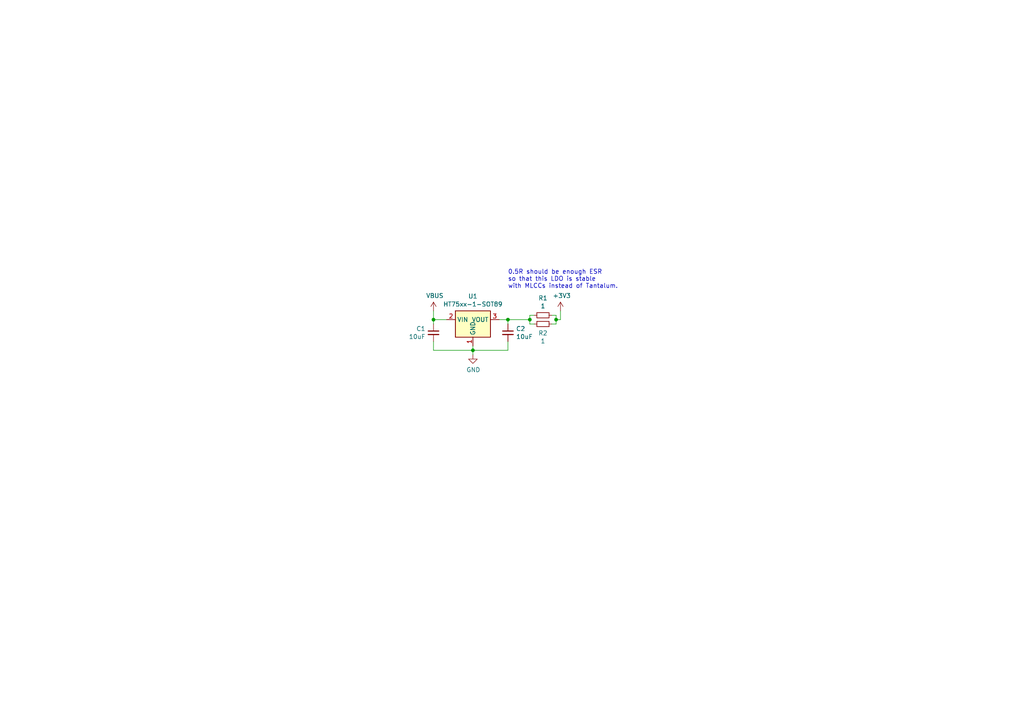
<source format=kicad_sch>
(kicad_sch (version 20211123) (generator eeschema)
  (paper "A4")
  (lib_symbols
    (symbol "Device:C_Small" (pin_numbers hide) (pin_names (offset 0.254) hide)
      (property "Reference" "C" (at 0.254 1.778 0))
      (property "Value" "C_Small" (at 0.254 -2.032 0))
      (symbol "C_Small_0_1"
        (polyline (pts (xy -1.524 -0.508) (xy 1.524 -0.508)) (stroke (width 0.3302)))
        (polyline (pts (xy -1.524 0.508) (xy 1.524 0.508)) (stroke (width 0.3048)))
      )
      (symbol "C_Small_1_1"
        (pin passive line (at 0 2.54 270) (length 2.032) (name "~") (number "1"))
        (pin passive line (at 0 -2.54 90) (length 2.032) (name "~") (number "2"))
      )
    )
    (symbol "Device:R_Small" (pin_numbers hide) (pin_names (offset 0.254) hide)
      (property "Reference" "R" (at 0.762 0.508 0))
      (property "Value" "R_Small" (at 0.762 -1.016 0))
      (symbol "R_Small_0_1"
        (rectangle (start -0.762 1.778) (end 0.762 -1.778) (stroke (width 0.2032)))
      )
      (symbol "R_Small_1_1"
        (pin passive line (at 0 2.54 270) (length 0.762) (name "~") (number "1"))
        (pin passive line (at 0 -2.54 90) (length 0.762) (name "~") (number "2"))
      )
    )
    (symbol "Regulator_Linear:HT75xx-1-SOT89"
      (property "Reference" "U" (at -5.08 -3.81 0))
      (property "Value" "HT75xx-1-SOT89" (at 0 6.35 0))
      (symbol "HT75xx-1-SOT89_0_1"
        (rectangle (start -5.08 5.08) (end 5.08 -2.54) (stroke (width 0.254)) (fill (type background)))
      )
      (symbol "HT75xx-1-SOT89_1_1"
        (pin power_in line (at 0 -5.08 90) (length 2.54) (name "GND") (number "1"))
        (pin power_in line (at -7.62 2.54 0) (length 2.54) (name "VIN") (number "2"))
        (pin power_out line (at 7.62 2.54 180) (length 2.54) (name "VOUT") (number "3"))
      )
    )
    (symbol "power:+3V3" (power) (pin_names (offset 0))
      (property "Value" "+3V3" (at 0 3.556 0))
      (symbol "+3V3_0_1"
        (polyline (pts (xy -0.762 1.27) (xy 0 2.54)))
        (polyline (pts (xy 0 0) (xy 0 2.54)))
        (polyline (pts (xy 0 2.54) (xy 0.762 1.27)))
      )
      (symbol "+3V3_1_1"
        (pin power_in line (at 0 0 90) (length 0) hide (name "+3V3") (number "1"))
      )
    )
    (symbol "power:GND" (power) (pin_names (offset 0))
      (property "Value" "GND" (at 0 -3.81 0))
      (symbol "GND_0_1"
        (polyline (pts (xy 0 0) (xy 0 -1.27) (xy 1.27 -1.27) (xy 0 -2.54) (xy -1.27 -1.27) (xy 0 -1.27)))
      )
      (symbol "GND_1_1"
        (pin power_in line (at 0 0 270) (length 0) hide (name "GND") (number "1"))
      )
    )
    (symbol "power:VBUS" (power) (pin_names (offset 0))
      (property "Value" "VBUS" (at 0 3.81 0))
      (symbol "VBUS_0_1"
        (polyline (pts (xy -0.762 1.27) (xy 0 2.54)))
        (polyline (pts (xy 0 0) (xy 0 2.54)))
        (polyline (pts (xy 0 2.54) (xy 0.762 1.27)))
      )
      (symbol "VBUS_1_1"
        (pin power_in line (at 0 0 90) (length 0) hide (name "VBUS") (number "1"))
      )
    )
  )
  (junction (at 125.73 92.71))
  (junction (at 153.67 92.71))
  (junction (at 147.32 92.71))
  (junction (at 161.29 92.71))
  (junction (at 137.16 101.6))
  (wire (pts (xy 125.73 92.71) (xy 125.73 90.17)))
  (wire (pts (xy 153.67 92.71) (xy 153.67 93.98)))
  (wire (pts (xy 144.78 92.71) (xy 147.32 92.71)))
  (wire (pts (xy 153.67 93.98) (xy 154.94 93.98)))
  (wire (pts (xy 161.29 93.98) (xy 160.02 93.98)))
  (wire (pts (xy 162.56 92.71) (xy 162.56 90.17)))
  (wire (pts (xy 137.16 101.6) (xy 137.16 100.33)))
  (wire (pts (xy 161.29 91.44) (xy 161.29 92.71)))
  (wire (pts (xy 125.73 92.71) (xy 125.73 93.98)))
  (wire (pts (xy 153.67 91.44) (xy 153.67 92.71)))
  (wire (pts (xy 161.29 92.71) (xy 161.29 93.98)))
  (wire (pts (xy 161.29 92.71) (xy 162.56 92.71)))
  (wire (pts (xy 129.54 92.71) (xy 125.73 92.71)))
  (wire (pts (xy 125.73 101.6) (xy 137.16 101.6)))
  (wire (pts (xy 147.32 92.71) (xy 147.32 93.98)))
  (wire (pts (xy 147.32 101.6) (xy 147.32 99.06)))
  (wire (pts (xy 154.94 91.44) (xy 153.67 91.44)))
  (wire (pts (xy 125.73 99.06) (xy 125.73 101.6)))
  (wire (pts (xy 160.02 91.44) (xy 161.29 91.44)))
  (wire (pts (xy 137.16 102.87) (xy 137.16 101.6)))
  (wire (pts (xy 153.67 92.71) (xy 147.32 92.71)))
  (wire (pts (xy 137.16 101.6) (xy 147.32 101.6)))
  (text "0.5R should be enough ESR\nso that this LDO is stable\nwith MLCCs instead of Tantalum." (at 147.32 83.82 0) (effects (font (size 1.27 1.27)) (justify left bottom)))
  (symbol (lib_id "Regulator_Linear:HT75xx-1-SOT89") (at 137.16 95.25 0) (unit 1)
    (property "Reference" "U1" (at 137.16 85.9282 0))
    (property "Value" "HT75xx-1-SOT89" (at 137.16 88.2396 0))
    (property "Footprint" "Package_TO_SOT_SMD:SOT-89-3" (effects hide))
    (property "Datasheet" "https://www.holtek.com/documents/10179/116711/HT75xx-1v250.pdf" (effects hide))
    (property "JLC" "SOT-89-3" (effects hide))
    (property "LCSC" "C14289" (effects hide))
  )
  (symbol (lib_id "Device:C_Small") (at 147.32 96.52 0) (unit 1)
    (property "Reference" "C2" (at 149.6568 95.3516 0) (effects (justify left)))
    (property "Value" "10uF" (at 149.6568 97.663 0) (effects (justify left)))
    (property "Footprint" "Capacitor_SMD:C_0603_1608Metric" (effects hide))
    (property "Datasheet" "http://weblib.samsungsem.com/mlcc/mlcc-ec-data-sheet.do?partNumber=CL10A106KP8NNN" (effects hide))
    (property "JLC" "0603" (effects hide))
    (property "LCSC" "C19702" (effects hide))
    (property "MPN" "CL10A106KP8NNNC" (effects hide))
  )
  (symbol (lib_id "Device:R_Small") (at 157.48 91.44 270) (unit 1)
    (property "Reference" "R1" (at 157.48 86.4616 90))
    (property "Value" "1" (at 157.48 88.773 90))
    (property "Footprint" "Resistor_SMD:R_0402_1005Metric" (effects hide))
    (property "JLC" "0402" (effects hide))
    (property "LCSC" "C25086" (effects hide))
  )
  (symbol (lib_id "Device:R_Small") (at 157.48 93.98 270) (unit 1)
    (property "Reference" "R2" (at 157.48 96.6216 90))
    (property "Value" "1" (at 157.48 98.933 90))
    (property "Footprint" "Resistor_SMD:R_0402_1005Metric" (effects hide))
    (property "JLC" "0402" (effects hide))
    (property "LCSC" "C25086" (effects hide))
  )
  (symbol (lib_id "power:+3V3") (at 162.56 90.17 0) (unit 1)
    (property "Reference" "#PWR03" (effects hide))
    (property "Value" "+3V3" (at 162.941 85.7758 0))
  )
  (symbol (lib_id "power:GND") (at 137.16 102.87 0) (unit 1)
    (property "Reference" "#PWR02" (effects hide))
    (property "Value" "GND" (at 137.287 107.2642 0))
  )
  (symbol (lib_id "Device:C_Small") (at 125.73 96.52 0) (unit 1)
    (property "Reference" "C1" (at 123.4186 95.3516 0) (effects (justify right)))
    (property "Value" "10uF" (at 123.4186 97.663 0) (effects (justify right)))
    (property "Footprint" "Capacitor_SMD:C_0603_1608Metric" (effects hide))
    (property "Datasheet" "http://weblib.samsungsem.com/mlcc/mlcc-ec-data-sheet.do?partNumber=CL10A106KP8NNN" (effects hide))
    (property "JLC" "0603" (effects hide))
    (property "LCSC" "C19702" (effects hide))
    (property "MPN" "CL10A106KP8NNNC" (effects hide))
  )
  (symbol (lib_id "power:VBUS") (at 125.73 90.17 0) (unit 1)
    (property "Reference" "#PWR01" (effects hide))
    (property "Value" "VBUS" (at 126.111 85.7758 0))
  )
)
</source>
